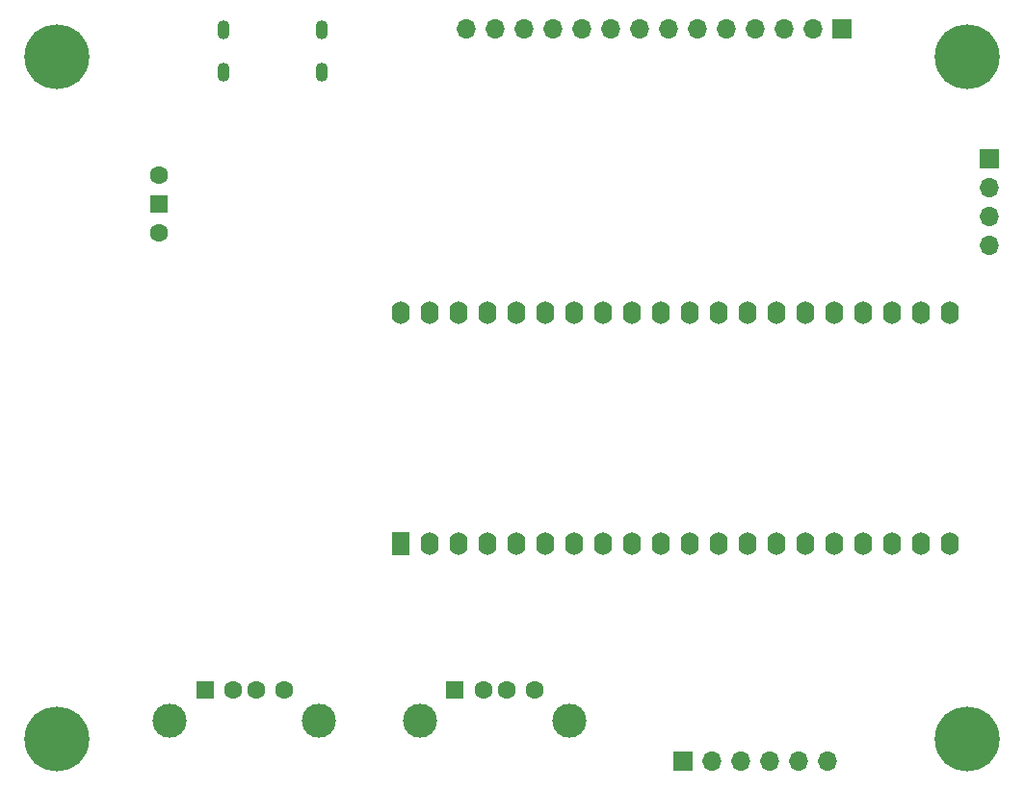
<source format=gbr>
%TF.GenerationSoftware,KiCad,Pcbnew,8.0.3*%
%TF.CreationDate,2024-07-15T12:03:27+02:00*%
%TF.ProjectId,nanoComp,6e616e6f-436f-46d7-902e-6b696361645f,A*%
%TF.SameCoordinates,Original*%
%TF.FileFunction,Soldermask,Bot*%
%TF.FilePolarity,Negative*%
%FSLAX46Y46*%
G04 Gerber Fmt 4.6, Leading zero omitted, Abs format (unit mm)*
G04 Created by KiCad (PCBNEW 8.0.3) date 2024-07-15 12:03:27*
%MOMM*%
%LPD*%
G01*
G04 APERTURE LIST*
%ADD10O,1.100000X1.700000*%
%ADD11R,1.700000X1.700000*%
%ADD12O,1.700000X1.700000*%
%ADD13R,1.600000X1.500000*%
%ADD14C,1.600000*%
%ADD15C,3.000000*%
%ADD16C,5.700000*%
%ADD17R,1.500000X2.000000*%
%ADD18O,1.600000X2.000000*%
%ADD19R,1.500000X1.500000*%
G04 APERTURE END LIST*
D10*
%TO.C,J1*%
X108267427Y-65381348D03*
X108267427Y-61581348D03*
X99627427Y-65381348D03*
X99627427Y-61581348D03*
%TD*%
D11*
%TO.C,J5*%
X154040000Y-61500000D03*
D12*
X151500000Y-61500000D03*
X148960000Y-61500000D03*
X146420000Y-61500000D03*
X143880000Y-61500000D03*
X141340000Y-61500000D03*
X138800000Y-61500000D03*
X136260000Y-61500000D03*
X133720000Y-61500000D03*
X131180000Y-61500000D03*
X128640000Y-61500000D03*
X126100000Y-61500000D03*
X123560000Y-61500000D03*
X121020000Y-61500000D03*
%TD*%
D11*
%TO.C,J6*%
X167000000Y-72960000D03*
D12*
X167000000Y-75500000D03*
X167000000Y-78040000D03*
X167000000Y-80580000D03*
%TD*%
D13*
%TO.C,J3*%
X120000000Y-119700000D03*
D14*
X122500000Y-119700000D03*
X124500000Y-119700000D03*
X127000000Y-119700000D03*
D15*
X116930000Y-122410000D03*
X130070000Y-122410000D03*
%TD*%
D16*
%TO.C,H2*%
X85000000Y-124000000D03*
%TD*%
D13*
%TO.C,J2*%
X98000000Y-119700000D03*
D14*
X100500000Y-119700000D03*
X102500000Y-119700000D03*
X105000000Y-119700000D03*
D15*
X94930000Y-122410000D03*
X108070000Y-122410000D03*
%TD*%
D11*
%TO.C,J4*%
X140000000Y-126000000D03*
D12*
X142540000Y-126000000D03*
X145080000Y-126000000D03*
X147620000Y-126000000D03*
X150160000Y-126000000D03*
X152700000Y-126000000D03*
%TD*%
D16*
%TO.C,H1*%
X85000000Y-64000000D03*
%TD*%
%TO.C,H3*%
X165000000Y-124000000D03*
%TD*%
D17*
%TO.C,U1*%
X115220000Y-106820000D03*
D18*
X117760000Y-106820000D03*
X120300000Y-106820000D03*
X122840000Y-106820000D03*
X125380000Y-106820000D03*
X127920000Y-106820000D03*
X130460000Y-106820000D03*
X133000000Y-106820000D03*
X135540000Y-106820000D03*
X138080000Y-106820000D03*
X140620000Y-106820000D03*
X143160000Y-106820000D03*
X145700000Y-106820000D03*
X148240000Y-106820000D03*
X150780000Y-106820000D03*
X153320000Y-106820000D03*
X155860000Y-106820000D03*
X158400000Y-106820000D03*
X160940000Y-106820000D03*
X163480000Y-106820000D03*
X163480000Y-86500000D03*
X160940000Y-86500000D03*
X158400000Y-86500000D03*
X155860000Y-86500000D03*
X153320000Y-86500000D03*
X150780000Y-86500000D03*
X148240000Y-86500000D03*
X145700000Y-86500000D03*
X143160000Y-86500000D03*
X140620000Y-86500000D03*
X138080000Y-86500000D03*
X135540000Y-86500000D03*
X133000000Y-86500000D03*
X130460000Y-86500000D03*
X127920000Y-86500000D03*
X125380000Y-86500000D03*
X122840000Y-86500000D03*
X120300000Y-86500000D03*
X117760000Y-86500000D03*
X115220000Y-86500000D03*
%TD*%
D16*
%TO.C,H4*%
X165000000Y-64000000D03*
%TD*%
D19*
%TO.C,SW1*%
X94000000Y-76960000D03*
D14*
X94000000Y-74420000D03*
X94000000Y-79500000D03*
%TD*%
M02*

</source>
